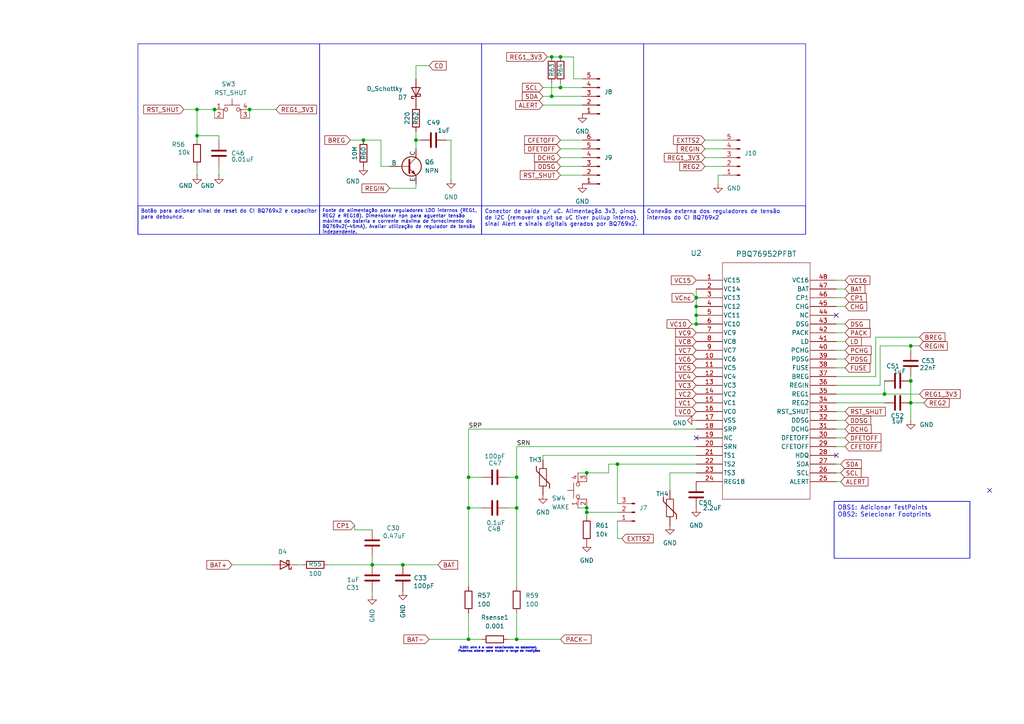
<source format=kicad_sch>
(kicad_sch (version 20231120) (generator "eeschema") (generator_version "8.0")
  (paper "A4")
  (lib_symbols
    (symbol "BQ76952:PBQ76952PFBT" (pin_names (offset 0.254))
      (property "Reference" "U" (at 20.32 10.16 0))
      (property "Value" "PBQ76952PFBT" (at 20.32 7.62 0))
      (symbol "PBQ76952PFBT_0_1"
        (polyline (pts (xy 7.62 -63.5) (xy 33.02 -63.5)) (stroke (width 0.127)))
        (polyline (pts (xy 7.62 5.08) (xy 7.62 -63.5)) (stroke (width 0.127)))
        (polyline (pts (xy 33.02 -63.5) (xy 33.02 5.08)) (stroke (width 0.127)))
        (polyline (pts (xy 33.02 5.08) (xy 7.62 5.08)) (stroke (width 0.127)))
        (pin input line (at 0 0 0) (length 7.62) (name "VC15") (number "1"))
        (pin input line (at 0 -22.86 0) (length 7.62) (name "VC6") (number "10"))
        (pin input line (at 0 -25.4 0) (length 7.62) (name "VC5") (number "11"))
        (pin input line (at 0 -27.94 0) (length 7.62) (name "VC4") (number "12"))
        (pin input line (at 0 -30.48 0) (length 7.62) (name "VC3") (number "13"))
        (pin input line (at 0 -33.02 0) (length 7.62) (name "VC2") (number "14"))
        (pin input line (at 0 -35.56 0) (length 7.62) (name "VC1") (number "15"))
        (pin input line (at 0 -38.1 0) (length 7.62) (name "VC0") (number "16"))
        (pin power_in line (at 0 -40.64 0) (length 7.62) (name "VSS") (number "17"))
        (pin input line (at 0 -43.18 0) (length 7.62) (name "SRP") (number "18"))
        (pin unspecified line (at 0 -45.72 0) (length 7.62) (name "NC") (number "19"))
        (pin input line (at 0 -2.54 0) (length 7.62) (name "VC14") (number "2"))
        (pin input line (at 0 -48.26 0) (length 7.62) (name "SRN") (number "20"))
        (pin bidirectional line (at 0 -50.8 0) (length 7.62) (name "TS1") (number "21"))
        (pin bidirectional line (at 0 -53.34 0) (length 7.62) (name "TS2") (number "22"))
        (pin bidirectional line (at 0 -55.88 0) (length 7.62) (name "TS3") (number "23"))
        (pin output line (at 0 -58.42 0) (length 7.62) (name "REG18") (number "24"))
        (pin bidirectional line (at 40.64 -58.42 180) (length 7.62) (name "ALERT") (number "25"))
        (pin bidirectional line (at 40.64 -55.88 180) (length 7.62) (name "SCL") (number "26"))
        (pin bidirectional line (at 40.64 -53.34 180) (length 7.62) (name "SDA") (number "27"))
        (pin bidirectional line (at 40.64 -50.8 180) (length 7.62) (name "HDQ") (number "28"))
        (pin bidirectional line (at 40.64 -48.26 180) (length 7.62) (name "CFETOFF") (number "29"))
        (pin input line (at 0 -5.08 0) (length 7.62) (name "VC13") (number "3"))
        (pin bidirectional line (at 40.64 -45.72 180) (length 7.62) (name "DFETOFF") (number "30"))
        (pin bidirectional line (at 40.64 -43.18 180) (length 7.62) (name "DCHG") (number "31"))
        (pin bidirectional line (at 40.64 -40.64 180) (length 7.62) (name "DDSG") (number "32"))
        (pin input line (at 40.64 -38.1 180) (length 7.62) (name "RST_SHUT") (number "33"))
        (pin output line (at 40.64 -35.56 180) (length 7.62) (name "REG2") (number "34"))
        (pin output line (at 40.64 -33.02 180) (length 7.62) (name "REG1") (number "35"))
        (pin input line (at 40.64 -30.48 180) (length 7.62) (name "REGIN") (number "36"))
        (pin output line (at 40.64 -27.94 180) (length 7.62) (name "BREG") (number "37"))
        (pin bidirectional line (at 40.64 -25.4 180) (length 7.62) (name "FUSE") (number "38"))
        (pin output line (at 40.64 -22.86 180) (length 7.62) (name "PDSG") (number "39"))
        (pin input line (at 0 -7.62 0) (length 7.62) (name "VC12") (number "4"))
        (pin output line (at 40.64 -20.32 180) (length 7.62) (name "PCHG") (number "40"))
        (pin bidirectional line (at 40.64 -17.78 180) (length 7.62) (name "LD") (number "41"))
        (pin input line (at 40.64 -15.24 180) (length 7.62) (name "PACK") (number "42"))
        (pin output line (at 40.64 -12.7 180) (length 7.62) (name "DSG") (number "43"))
        (pin unspecified line (at 40.64 -10.16 180) (length 7.62) (name "NC") (number "44"))
        (pin output line (at 40.64 -7.62 180) (length 7.62) (name "CHG") (number "45"))
        (pin bidirectional line (at 40.64 -5.08 180) (length 7.62) (name "CP1") (number "46"))
        (pin input line (at 40.64 -2.54 180) (length 7.62) (name "BAT") (number "47"))
        (pin input line (at 40.64 0 180) (length 7.62) (name "VC16") (number "48"))
        (pin input line (at 0 -10.16 0) (length 7.62) (name "VC11") (number "5"))
        (pin input line (at 0 -12.7 0) (length 7.62) (name "VC10") (number "6"))
        (pin input line (at 0 -15.24 0) (length 7.62) (name "VC9") (number "7"))
        (pin input line (at 0 -17.78 0) (length 7.62) (name "VC8") (number "8"))
        (pin input line (at 0 -20.32 0) (length 7.62) (name "VC7") (number "9"))
      )
    )
    (symbol "Connector:Conn_01x03_Pin" (pin_names (offset 1.016) hide)
      (property "Reference" "J" (at 0 5.08 0))
      (property "Value" "Conn_01x03_Pin" (at 0 -5.08 0))
      (symbol "Conn_01x03_Pin_1_1"
        (polyline (pts (xy 1.27 -2.54) (xy 0.8636 -2.54)) (stroke (width 0.1524)))
        (polyline (pts (xy 1.27 0) (xy 0.8636 0)) (stroke (width 0.1524)))
        (polyline (pts (xy 1.27 2.54) (xy 0.8636 2.54)) (stroke (width 0.1524)))
        (rectangle (start 0.8636 -2.413) (end 0 -2.667) (stroke (width 0.1524)) (fill (type outline)))
        (rectangle (start 0.8636 0.127) (end 0 -0.127) (stroke (width 0.1524)) (fill (type outline)))
        (rectangle (start 0.8636 2.667) (end 0 2.413) (stroke (width 0.1524)) (fill (type outline)))
        (pin passive line (at 5.08 2.54 180) (length 3.81) (name "Pin_1") (number "1"))
        (pin passive line (at 5.08 0 180) (length 3.81) (name "Pin_2") (number "2"))
        (pin passive line (at 5.08 -2.54 180) (length 3.81) (name "Pin_3") (number "3"))
      )
    )
    (symbol "Connector:Conn_01x05_Pin" (pin_names (offset 1.016) hide)
      (property "Reference" "J" (at 0 7.62 0))
      (property "Value" "Conn_01x05_Pin" (at 0 -7.62 0))
      (symbol "Conn_01x05_Pin_1_1"
        (polyline (pts (xy 1.27 -5.08) (xy 0.8636 -5.08)) (stroke (width 0.1524)))
        (polyline (pts (xy 1.27 -2.54) (xy 0.8636 -2.54)) (stroke (width 0.1524)))
        (polyline (pts (xy 1.27 0) (xy 0.8636 0)) (stroke (width 0.1524)))
        (polyline (pts (xy 1.27 2.54) (xy 0.8636 2.54)) (stroke (width 0.1524)))
        (polyline (pts (xy 1.27 5.08) (xy 0.8636 5.08)) (stroke (width 0.1524)))
        (rectangle (start 0.8636 -4.953) (end 0 -5.207) (stroke (width 0.1524)) (fill (type outline)))
        (rectangle (start 0.8636 -2.413) (end 0 -2.667) (stroke (width 0.1524)) (fill (type outline)))
        (rectangle (start 0.8636 0.127) (end 0 -0.127) (stroke (width 0.1524)) (fill (type outline)))
        (rectangle (start 0.8636 2.667) (end 0 2.413) (stroke (width 0.1524)) (fill (type outline)))
        (rectangle (start 0.8636 5.207) (end 0 4.953) (stroke (width 0.1524)) (fill (type outline)))
        (pin passive line (at 5.08 5.08 180) (length 3.81) (name "Pin_1") (number "1"))
        (pin passive line (at 5.08 2.54 180) (length 3.81) (name "Pin_2") (number "2"))
        (pin passive line (at 5.08 0 180) (length 3.81) (name "Pin_3") (number "3"))
        (pin passive line (at 5.08 -2.54 180) (length 3.81) (name "Pin_4") (number "4"))
        (pin passive line (at 5.08 -5.08 180) (length 3.81) (name "Pin_5") (number "5"))
      )
    )
    (symbol "Connector:Conn_01x06_Pin" (pin_names (offset 1.016) hide)
      (property "Reference" "J" (at 0 7.62 0))
      (property "Value" "Conn_01x06_Pin" (at 0 -10.16 0))
      (symbol "Conn_01x06_Pin_1_1"
        (polyline (pts (xy 1.27 -7.62) (xy 0.8636 -7.62)) (stroke (width 0.1524)))
        (polyline (pts (xy 1.27 -5.08) (xy 0.8636 -5.08)) (stroke (width 0.1524)))
        (polyline (pts (xy 1.27 -2.54) (xy 0.8636 -2.54)) (stroke (width 0.1524)))
        (polyline (pts (xy 1.27 0) (xy 0.8636 0)) (stroke (width 0.1524)))
        (polyline (pts (xy 1.27 2.54) (xy 0.8636 2.54)) (stroke (width 0.1524)))
        (polyline (pts (xy 1.27 5.08) (xy 0.8636 5.08)) (stroke (width 0.1524)))
        (rectangle (start 0.8636 -7.493) (end 0 -7.747) (stroke (width 0.1524)) (fill (type outline)))
        (rectangle (start 0.8636 -4.953) (end 0 -5.207) (stroke (width 0.1524)) (fill (type outline)))
        (rectangle (start 0.8636 -2.413) (end 0 -2.667) (stroke (width 0.1524)) (fill (type outline)))
        (rectangle (start 0.8636 0.127) (end 0 -0.127) (stroke (width 0.1524)) (fill (type outline)))
        (rectangle (start 0.8636 2.667) (end 0 2.413) (stroke (width 0.1524)) (fill (type outline)))
        (rectangle (start 0.8636 5.207) (end 0 4.953) (stroke (width 0.1524)) (fill (type outline)))
        (pin passive line (at 5.08 5.08 180) (length 3.81) (name "Pin_1") (number "1"))
        (pin passive line (at 5.08 2.54 180) (length 3.81) (name "Pin_2") (number "2"))
        (pin passive line (at 5.08 0 180) (length 3.81) (name "Pin_3") (number "3"))
        (pin passive line (at 5.08 -2.54 180) (length 3.81) (name "Pin_4") (number "4"))
        (pin passive line (at 5.08 -5.08 180) (length 3.81) (name "Pin_5") (number "5"))
        (pin passive line (at 5.08 -7.62 180) (length 3.81) (name "Pin_6") (number "6"))
      )
    )
    (symbol "Device:C" (pin_numbers hide) (pin_names (offset 0.254))
      (property "Reference" "C" (at 0.635 2.54 0))
      (property "Value" "C" (at 0.635 -2.54 0))
      (symbol "C_0_1"
        (polyline (pts (xy -2.032 -0.762) (xy 2.032 -0.762)) (stroke (width 0.508)))
        (polyline (pts (xy -2.032 0.762) (xy 2.032 0.762)) (stroke (width 0.508)))
      )
      (symbol "C_1_1"
        (pin passive line (at 0 3.81 270) (length 2.794) (name "~") (number "1"))
        (pin passive line (at 0 -3.81 90) (length 2.794) (name "~") (number "2"))
      )
    )
    (symbol "Device:D_Schottky" (pin_numbers hide) (pin_names (offset 1.016) hide)
      (property "Reference" "D" (at 0 2.54 0))
      (property "Value" "D_Schottky" (at 0 -2.54 0))
      (symbol "D_Schottky_0_1"
        (polyline (pts (xy 1.27 0) (xy -1.27 0)))
        (polyline (pts (xy 1.27 1.27) (xy 1.27 -1.27) (xy -1.27 0) (xy 1.27 1.27)) (stroke (width 0.254)))
        (polyline (pts (xy -1.905 0.635) (xy -1.905 1.27) (xy -1.27 1.27) (xy -1.27 -1.27) (xy -0.635 -1.27) (xy -0.635 -0.635)) (stroke (width 0.254)))
      )
      (symbol "D_Schottky_1_1"
        (pin passive line (at -3.81 0 0) (length 2.54) (name "K") (number "1"))
        (pin passive line (at 3.81 0 180) (length 2.54) (name "A") (number "2"))
      )
    )
    (symbol "Device:R" (pin_numbers hide) (pin_names (offset 0))
      (property "Reference" "R" (at 2.032 0 90))
      (property "Value" "R" (at 0 0 90))
      (symbol "R_0_1"
        (rectangle (start -1.016 -2.54) (end 1.016 2.54) (stroke (width 0.254)))
      )
      (symbol "R_1_1"
        (pin passive line (at 0 3.81 270) (length 1.27) (name "~") (number "1"))
        (pin passive line (at 0 -3.81 90) (length 1.27) (name "~") (number "2"))
      )
    )
    (symbol "Device:Thermistor" (pin_numbers hide) (pin_names (offset 0))
      (property "Reference" "TH" (at 2.54 1.27 90))
      (property "Value" "Thermistor" (at -2.54 0 90))
      (symbol "Thermistor_0_1"
        (rectangle (start -1.016 2.54) (end 1.016 -2.54) (stroke (width 0.2032)))
        (polyline (pts (xy -1.905 3.175) (xy -1.905 1.905) (xy 1.905 -1.905) (xy 1.905 -3.175) (xy 1.905 -3.175)) (stroke (width 0.254)))
      )
      (symbol "Thermistor_1_1"
        (pin passive line (at 0 5.08 270) (length 2.54) (name "~") (number "1"))
        (pin passive line (at 0 -5.08 90) (length 2.54) (name "~") (number "2"))
      )
    )
    (symbol "Simulation_SPICE:NPN" (pin_numbers hide) (pin_names (offset 0))
      (property "Reference" "Q" (at -2.54 7.62 0))
      (property "Value" "NPN" (at -2.54 5.08 0))
      (symbol "NPN_0_1"
        (polyline (pts (xy -2.54 0) (xy 0.635 0)) (stroke (width 0.1524)))
        (polyline (pts (xy 0.635 0.635) (xy 2.54 2.54)))
        (polyline (pts (xy 2.794 -1.27) (xy 2.794 -1.27)) (stroke (width 0.1524)))
        (polyline (pts (xy 2.794 -1.27) (xy 2.794 -1.27)) (stroke (width 0.1524)))
        (polyline (pts (xy 0.635 -0.635) (xy 2.54 -2.54) (xy 2.54 -2.54)))
        (polyline (pts (xy 0.635 1.905) (xy 0.635 -1.905) (xy 0.635 -1.905)) (stroke (width 0.508)))
        (polyline (pts (xy 1.27 -1.778) (xy 1.778 -1.27) (xy 2.286 -2.286) (xy 1.27 -1.778) (xy 1.27 -1.778)) (fill (type outline)))
        (circle (center 1.27 0) (radius 2.8194) (stroke (width 0.254)))
      )
      (symbol "NPN_1_1"
        (pin open_collector line (at 2.54 5.08 270) (length 2.54) (name "C") (number "1"))
        (pin input line (at -5.08 0 0) (length 2.54) (name "B") (number "2"))
        (pin open_emitter line (at 2.54 -5.08 90) (length 2.54) (name "E") (number "3"))
      )
    )
    (symbol "Switch:SW_MEC_5E" (pin_names (offset 1.016) hide)
      (property "Reference" "SW" (at 0.635 5.715 0))
      (property "Value" "SW_MEC_5E" (at 0 -3.175 0))
      (symbol "SW_MEC_5E_0_1"
        (circle (center -1.778 2.54) (radius 0.508))
        (polyline (pts (xy -2.286 3.81) (xy 2.286 3.81)))
        (polyline (pts (xy 0 3.81) (xy 0 5.588)))
        (polyline (pts (xy -2.54 0) (xy -2.54 2.54) (xy -2.286 2.54)))
        (polyline (pts (xy 2.54 0) (xy 2.54 2.54) (xy 2.286 2.54)))
        (circle (center 1.778 2.54) (radius 0.508))
        (pin passive line (at -5.08 2.54 0) (length 2.54) (name "1") (number "1"))
        (pin passive line (at -5.08 0 0) (length 2.54) (name "2") (number "2"))
        (pin passive line (at 5.08 0 180) (length 2.54) (name "K") (number "3"))
        (pin passive line (at 5.08 2.54 180) (length 2.54) (name "A") (number "4"))
      )
    )
    (symbol "power:GND" (power) (pin_numbers hide) (pin_names (offset 0) hide)
      (property "Value" "GND" (at 0 -3.81 0))
      (symbol "GND_0_1"
        (polyline (pts (xy 0 0) (xy 0 -1.27) (xy 1.27 -1.27) (xy 0 -2.54) (xy -1.27 -1.27) (xy 0 -1.27)))
      )
      (symbol "GND_1_1"
        (pin power_in line (at 0 0 270) (length 0) (name "~") (number "1"))
      )
    )
  )
  (junction (at 170.18 147.32))
  (junction (at 201.93 88.9))
  (junction (at 135.89 185.42))
  (junction (at 170.18 137.16))
  (junction (at 201.93 93.98))
  (junction (at 149.86 147.32))
  (junction (at 264.16 116.84))
  (junction (at 170.18 148.59))
  (junction (at 160.02 27.94))
  (junction (at 179.07 134.62))
  (junction (at 135.89 138.43))
  (junction (at 256.54 114.3))
  (junction (at 201.93 91.44))
  (junction (at 264.16 110.49))
  (junction (at 105.41 40.64))
  (junction (at 135.89 147.32))
  (junction (at 149.86 185.42))
  (junction (at 160.02 16.51))
  (junction (at 162.56 16.51))
  (junction (at 72.39 31.75))
  (junction (at 149.86 138.43))
  (junction (at 120.65 40.64))
  (junction (at 116.84 163.83))
  (junction (at 264.16 100.33))
  (junction (at 162.56 25.4))
  (junction (at 57.15 39.37))
  (junction (at 62.23 31.75))
  (junction (at 57.15 31.75))
  (junction (at 107.95 163.83))
  (junction (at 201.93 86.36))
  (no_connect (at 201.93 127))
  (no_connect (at 242.57 91.44))
  (no_connect (at 242.57 132.08))
  (no_connect (at 287.02 142.24))
  (wire (pts (xy 162.56 48.26) (xy 168.91 48.26)))
  (wire (pts (xy 158.75 16.51) (xy 160.02 16.51)))
  (wire (pts (xy 135.89 177.8) (xy 135.89 185.42)))
  (wire (pts (xy 242.57 121.92) (xy 245.11 121.92)))
  (wire (pts (xy 201.93 137.16) (xy 194.31 137.16)))
  (wire (pts (xy 162.56 24.13) (xy 162.56 25.4)))
  (wire (pts (xy 149.86 185.42) (xy 162.56 185.42)))
  (wire (pts (xy 135.89 124.46) (xy 201.93 124.46)))
  (wire (pts (xy 149.86 138.43) (xy 149.86 147.32)))
  (wire (pts (xy 120.65 54.61) (xy 120.65 53.34)))
  (wire (pts (xy 147.32 185.42) (xy 149.86 185.42)))
  (wire (pts (xy 57.15 31.75) (xy 57.15 39.37)))
  (wire (pts (xy 149.86 147.32) (xy 149.86 170.18)))
  (wire (pts (xy 110.49 40.64) (xy 110.49 48.26)))
  (wire (pts (xy 135.89 147.32) (xy 135.89 170.18)))
  (wire (pts (xy 204.47 48.26) (xy 209.55 48.26)))
  (wire (pts (xy 160.02 27.94) (xy 168.91 27.94)))
  (wire (pts (xy 209.55 50.8) (xy 208.28 50.8)))
  (wire (pts (xy 147.32 147.32) (xy 149.86 147.32)))
  (wire (pts (xy 255.27 111.76) (xy 242.57 111.76)))
  (wire (pts (xy 157.48 133.35) (xy 157.48 132.08)))
  (wire (pts (xy 167.64 137.16) (xy 170.18 137.16)))
  (wire (pts (xy 176.53 134.62) (xy 179.07 134.62)))
  (wire (pts (xy 135.89 138.43) (xy 139.7 138.43)))
  (wire (pts (xy 179.07 134.62) (xy 179.07 146.05)))
  (wire (pts (xy 242.57 93.98) (xy 245.11 93.98)))
  (wire (pts (xy 180.34 156.21) (xy 179.07 156.21)))
  (wire (pts (xy 86.36 163.83) (xy 87.63 163.83)))
  (wire (pts (xy 63.5 40.64) (xy 63.5 39.37)))
  (wire (pts (xy 67.31 163.83) (xy 78.74 163.83)))
  (wire (pts (xy 242.57 124.46) (xy 245.11 124.46)))
  (wire (pts (xy 242.57 96.52) (xy 245.11 96.52)))
  (wire (pts (xy 121.92 40.64) (xy 120.65 40.64)))
  (wire (pts (xy 201.93 88.9) (xy 201.93 91.44)))
  (wire (pts (xy 179.07 134.62) (xy 201.93 134.62)))
  (wire (pts (xy 162.56 45.72) (xy 168.91 45.72)))
  (wire (pts (xy 242.57 114.3) (xy 256.54 114.3)))
  (wire (pts (xy 53.34 31.75) (xy 57.15 31.75)))
  (wire (pts (xy 120.65 40.64) (xy 120.65 38.1)))
  (wire (pts (xy 124.46 19.05) (xy 120.65 19.05)))
  (wire (pts (xy 255.27 100.33) (xy 264.16 100.33)))
  (wire (pts (xy 149.86 177.8) (xy 149.86 185.42)))
  (wire (pts (xy 179.07 156.21) (xy 179.07 151.13)))
  (wire (pts (xy 130.81 40.64) (xy 129.54 40.64)))
  (wire (pts (xy 62.23 31.75) (xy 62.23 34.29)))
  (wire (pts (xy 124.46 185.42) (xy 135.89 185.42)))
  (wire (pts (xy 264.16 116.84) (xy 267.97 116.84)))
  (wire (pts (xy 242.57 127) (xy 245.11 127)))
  (wire (pts (xy 242.57 119.38) (xy 245.11 119.38)))
  (wire (pts (xy 266.7 97.79) (xy 254 97.79)))
  (wire (pts (xy 254 97.79) (xy 254 109.22)))
  (wire (pts (xy 264.16 100.33) (xy 266.7 100.33)))
  (wire (pts (xy 57.15 31.75) (xy 62.23 31.75)))
  (wire (pts (xy 162.56 50.8) (xy 168.91 50.8)))
  (wire (pts (xy 130.81 52.07) (xy 130.81 40.64)))
  (wire (pts (xy 264.16 100.33) (xy 264.16 101.6)))
  (wire (pts (xy 204.47 43.18) (xy 209.55 43.18)))
  (wire (pts (xy 162.56 25.4) (xy 168.91 25.4)))
  (wire (pts (xy 204.47 45.72) (xy 209.55 45.72)))
  (wire (pts (xy 57.15 48.26) (xy 57.15 50.8)))
  (wire (pts (xy 194.31 137.16) (xy 194.31 142.24)))
  (wire (pts (xy 264.16 116.84) (xy 264.16 121.92)))
  (wire (pts (xy 149.86 129.54) (xy 149.86 138.43)))
  (wire (pts (xy 242.57 116.84) (xy 256.54 116.84)))
  (wire (pts (xy 135.89 138.43) (xy 135.89 147.32)))
  (wire (pts (xy 242.57 86.36) (xy 245.11 86.36)))
  (wire (pts (xy 166.37 16.51) (xy 166.37 22.86)))
  (wire (pts (xy 242.57 106.68) (xy 245.11 106.68)))
  (wire (pts (xy 102.87 153.67) (xy 107.95 153.67)))
  (wire (pts (xy 135.89 124.46) (xy 135.89 138.43)))
  (wire (pts (xy 201.93 83.82) (xy 201.93 86.36)))
  (wire (pts (xy 160.02 16.51) (xy 162.56 16.51)))
  (wire (pts (xy 243.84 137.16) (xy 242.57 137.16)))
  (wire (pts (xy 57.15 39.37) (xy 57.15 40.64)))
  (wire (pts (xy 256.54 114.3) (xy 266.7 114.3)))
  (wire (pts (xy 157.48 27.94) (xy 160.02 27.94)))
  (wire (pts (xy 107.95 161.29) (xy 107.95 163.83)))
  (wire (pts (xy 157.48 132.08) (xy 201.93 132.08)))
  (wire (pts (xy 242.57 129.54) (xy 245.11 129.54)))
  (wire (pts (xy 120.65 43.18) (xy 120.65 40.64)))
  (wire (pts (xy 101.6 40.64) (xy 105.41 40.64)))
  (wire (pts (xy 57.15 39.37) (xy 63.5 39.37)))
  (wire (pts (xy 107.95 172.72) (xy 107.95 171.45)))
  (wire (pts (xy 201.93 86.36) (xy 201.93 88.9)))
  (wire (pts (xy 242.57 83.82) (xy 245.11 83.82)))
  (wire (pts (xy 166.37 22.86) (xy 168.91 22.86)))
  (wire (pts (xy 201.93 91.44) (xy 201.93 93.98)))
  (wire (pts (xy 170.18 149.86) (xy 170.18 148.59)))
  (wire (pts (xy 105.41 40.64) (xy 110.49 40.64)))
  (wire (pts (xy 120.65 19.05) (xy 120.65 22.86)))
  (wire (pts (xy 242.57 139.7) (xy 243.84 139.7)))
  (wire (pts (xy 200.66 93.98) (xy 201.93 93.98)))
  (wire (pts (xy 113.03 54.61) (xy 120.65 54.61)))
  (wire (pts (xy 102.87 152.4) (xy 102.87 153.67)))
  (wire (pts (xy 167.64 147.32) (xy 170.18 147.32)))
  (wire (pts (xy 63.5 48.26) (xy 63.5 50.8)))
  (wire (pts (xy 139.7 185.42) (xy 135.89 185.42)))
  (wire (pts (xy 242.57 104.14) (xy 245.11 104.14)))
  (wire (pts (xy 157.48 30.48) (xy 168.91 30.48)))
  (wire (pts (xy 116.84 163.83) (xy 127 163.83)))
  (wire (pts (xy 170.18 148.59) (xy 170.18 147.32)))
  (wire (pts (xy 204.47 40.64) (xy 209.55 40.64)))
  (wire (pts (xy 176.53 134.62) (xy 176.53 137.16)))
  (wire (pts (xy 162.56 16.51) (xy 166.37 16.51)))
  (wire (pts (xy 243.84 134.62) (xy 242.57 134.62)))
  (wire (pts (xy 170.18 148.59) (xy 179.07 148.59)))
  (wire (pts (xy 72.39 31.75) (xy 72.39 34.29)))
  (wire (pts (xy 162.56 40.64) (xy 168.91 40.64)))
  (wire (pts (xy 254 109.22) (xy 242.57 109.22)))
  (wire (pts (xy 149.86 129.54) (xy 201.93 129.54)))
  (wire (pts (xy 256.54 114.3) (xy 256.54 110.49)))
  (wire (pts (xy 107.95 163.83) (xy 116.84 163.83)))
  (wire (pts (xy 147.32 138.43) (xy 149.86 138.43)))
  (wire (pts (xy 242.57 88.9) (xy 245.11 88.9)))
  (wire (pts (xy 110.49 48.26) (xy 113.03 48.26)))
  (wire (pts (xy 255.27 100.33) (xy 255.27 111.76)))
  (wire (pts (xy 170.18 137.16) (xy 176.53 137.16)))
  (wire (pts (xy 72.39 31.75) (xy 80.01 31.75)))
  (wire (pts (xy 135.89 147.32) (xy 139.7 147.32)))
  (wire (pts (xy 242.57 99.06) (xy 245.11 99.06)))
  (wire (pts (xy 264.16 109.22) (xy 264.16 110.49)))
  (wire (pts (xy 162.56 43.18) (xy 168.91 43.18)))
  (wire (pts (xy 160.02 24.13) (xy 160.02 27.94)))
  (wire (pts (xy 95.25 163.83) (xy 107.95 163.83)))
  (wire (pts (xy 208.28 50.8) (xy 208.28 53.34)))
  (wire (pts (xy 242.57 101.6) (xy 245.11 101.6)))
  (wire (pts (xy 157.48 25.4) (xy 162.56 25.4)))
  (wire (pts (xy 242.57 81.28) (xy 245.11 81.28)))
  (wire (pts (xy 264.16 110.49) (xy 264.16 116.84)))
  (rectangle (start 186.69 12.7) (end 233.68 67.945))
  (rectangle (start 241.935 145.415) (end 281.305 161.925))
  (rectangle (start 40.005 12.7) (end 92.71 67.945))
  (rectangle (start 92.71 12.7) (end 139.7 67.945))
  (rectangle (start 139.7 12.7) (end 186.69 67.945))
  (text_box "Conector de saída p/ uC. Alimentação 3v3, pinos de I2C (remover shunt se uC tiver pullup interno), sinal Alert e sinais digitais gerados por BQ769x2." (at 139.7 59.69 0) (size 46.99 8.255) (effects (font (size 1.143 1.143)) (justify left top)))
  (text_box "Botão para acionar sinal de reset do CI BQ769x2 e capacitor para debounce.\n" (at 40.005 59.69 0) (size 52.705 8.255) (effects (font (size 1.0668 1.0668)) (justify left top)))
  (text_box "OBS1: Adicionar TestPoints\nOBS2: Selecionar Footprints\n" (at 241.935 145.415 0) (size 39.37 16.51) (effects (font (size 1.27 1.27)) (justify left top)))
  (text_box "Conexão externa dos reguladores de tensão internos do CI BQ769x2\n" (at 186.69 59.69 0) (size 46.99 8.255) (effects (font (size 1.143 1.143)) (justify left top)))
  (text_box "Fonte de alimentação para reguladores LDO internos (REG1, REG2 e REG18). Dimensionar npn para aguentar tensão máxima de bateria e corrente máxima de fornecimento do BQ769x2(~45mA). Avaliar utilização de regulador de tensão independente.\n" (at 92.71 59.69 0) (size 46.99 8.255) (effects (font (size 0.9652 0.9652)) (justify left top)))
  (text "0.001 ohm é o valor selecionado no datasheet. \nPodemos alterar para mudar o range de medições\n" (at 144.78 188.468 0) (effects (font (size 0.6096 0.6096))))
  (label "SRN" (at 149.86 129.54 0))
  (label "SRP" (at 135.89 124.46 0))
  (global_label "DDSG" (shape input) (at 245.11 121.92 0) (property "Intersheetrefs" "${INTERSHEET_REFS}" (effects (hide yes))))
  (global_label "ALERT" (shape input) (at 243.84 139.7 0) (property "Intersheetrefs" "${INTERSHEET_REFS}" (effects (hide yes))))
  (global_label "VC4" (shape input) (at 201.93 109.22 180) (property "Intersheetrefs" "${INTERSHEET_REFS}" (effects (hide yes))))
  (global_label "RST_SHUT" (shape input) (at 162.56 50.8 180) (property "Intersheetrefs" "${INTERSHEET_REFS}" (effects (hide yes))))
  (global_label "CD" (shape input) (at 124.46 19.05 0) (property "Intersheetrefs" "${INTERSHEET_REFS}" (effects (hide yes))))
  (global_label "CFETOFF" (shape input) (at 245.11 129.54 0) (property "Intersheetrefs" "${INTERSHEET_REFS}" (effects (hide yes))))
  (global_label "REG1_3V3" (shape input) (at 266.7 114.3 0) (property "Intersheetrefs" "${INTERSHEET_REFS}" (effects (hide yes))))
  (global_label "PACK" (shape input) (at 245.11 96.52 0) (property "Intersheetrefs" "${INTERSHEET_REFS}" (effects (hide yes))))
  (global_label "VC8" (shape input) (at 201.93 99.06 180) (property "Intersheetrefs" "${INTERSHEET_REFS}" (effects (hide yes))))
  (global_label "VCnc" (shape input) (at 201.93 86.36 180) (property "Intersheetrefs" "${INTERSHEET_REFS}" (effects (hide yes))))
  (global_label "REGIN" (shape input) (at 266.7 100.33 0) (property "Intersheetrefs" "${INTERSHEET_REFS}" (effects (hide yes))))
  (global_label "VC10" (shape input) (at 200.66 93.98 180) (property "Intersheetrefs" "${INTERSHEET_REFS}" (effects (hide yes))))
  (global_label "CFETOFF" (shape input) (at 162.56 40.64 180) (property "Intersheetrefs" "${INTERSHEET_REFS}" (effects (hide yes))))
  (global_label "REG1_3V3" (shape input) (at 204.47 45.72 180) (property "Intersheetrefs" "${INTERSHEET_REFS}" (effects (hide yes))))
  (global_label "PDSG" (shape input) (at 245.11 104.14 0) (property "Intersheetrefs" "${INTERSHEET_REFS}" (effects (hide yes))))
  (global_label "PCHG" (shape input) (at 245.11 101.6 0) (property "Intersheetrefs" "${INTERSHEET_REFS}" (effects (hide yes))))
  (global_label "REG1_3V3" (shape input) (at 80.01 31.75 0) (property "Intersheetrefs" "${INTERSHEET_REFS}" (effects (hide yes))))
  (global_label "VC9" (shape input) (at 201.93 96.52 180) (property "Intersheetrefs" "${INTERSHEET_REFS}" (effects (hide yes))))
  (global_label "DCHG" (shape input) (at 245.11 124.46 0) (property "Intersheetrefs" "${INTERSHEET_REFS}" (effects (hide yes))))
  (global_label "SDA" (shape input) (at 243.84 134.62 0) (property "Intersheetrefs" "${INTERSHEET_REFS}" (effects (hide yes))))
  (global_label "VC1" (shape input) (at 201.93 116.84 180) (property "Intersheetrefs" "${INTERSHEET_REFS}" (effects (hide yes))))
  (global_label "FUSE" (shape input) (at 245.11 106.68 0) (property "Intersheetrefs" "${INTERSHEET_REFS}" (effects (hide yes))))
  (global_label "REGIN" (shape input) (at 113.03 54.61 180) (property "Intersheetrefs" "${INTERSHEET_REFS}" (effects (hide yes))))
  (global_label "EXTTS2" (shape input) (at 180.34 156.21 0) (property "Intersheetrefs" "${INTERSHEET_REFS}" (effects (hide yes))))
  (global_label "VC6" (shape input) (at 201.93 104.14 180) (property "Intersheetrefs" "${INTERSHEET_REFS}" (effects (hide yes))))
  (global_label "REG2" (shape input) (at 204.47 48.26 180) (property "Intersheetrefs" "${INTERSHEET_REFS}" (effects (hide yes))))
  (global_label "CP1" (shape input) (at 245.11 86.36 0) (property "Intersheetrefs" "${INTERSHEET_REFS}" (effects (hide yes))))
  (global_label "SCL" (shape input) (at 243.84 137.16 0) (property "Intersheetrefs" "${INTERSHEET_REFS}" (effects (hide yes))))
  (global_label "DCHG" (shape input) (at 162.56 45.72 180) (property "Intersheetrefs" "${INTERSHEET_REFS}" (effects (hide yes))))
  (global_label "BAT-" (shape input) (at 124.46 185.42 180) (property "Intersheetrefs" "${INTERSHEET_REFS}" (effects (hide yes))))
  (global_label "CHG" (shape input) (at 245.11 88.9 0) (property "Intersheetrefs" "${INTERSHEET_REFS}" (effects (hide yes))))
  (global_label "VC3" (shape input) (at 201.93 111.76 180) (property "Intersheetrefs" "${INTERSHEET_REFS}" (effects (hide yes))))
  (global_label "DSG " (shape input) (at 245.11 93.98 0) (property "Intersheetrefs" "${INTERSHEET_REFS}" (effects (hide yes))))
  (global_label "EXTTS2" (shape input) (at 204.47 40.64 180) (property "Intersheetrefs" "${INTERSHEET_REFS}" (effects (hide yes))))
  (global_label "REGIN" (shape input) (at 204.47 43.18 180) (property "Intersheetrefs" "${INTERSHEET_REFS}" (effects (hide yes))))
  (global_label "DFETOFF" (shape input) (at 162.56 43.18 180) (property "Intersheetrefs" "${INTERSHEET_REFS}" (effects (hide yes))))
  (global_label "DFETOFF" (shape input) (at 245.11 127 0) (property "Intersheetrefs" "${INTERSHEET_REFS}" (effects (hide yes))))
  (global_label "LD" (shape input) (at 245.11 99.06 0) (property "Intersheetrefs" "${INTERSHEET_REFS}" (effects (hide yes))))
  (global_label "DDSG" (shape input) (at 162.56 48.26 180) (property "Intersheetrefs" "${INTERSHEET_REFS}" (effects (hide yes))))
  (global_label "REG1_3V3" (shape input) (at 158.75 16.51 180) (property "Intersheetrefs" "${INTERSHEET_REFS}" (effects (hide yes))))
  (global_label "SCL" (shape input) (at 157.48 25.4 180) (property "Intersheetrefs" "${INTERSHEET_REFS}" (effects (hide yes))))
  (global_label "VC0" (shape input) (at 201.93 119.38 180) (property "Intersheetrefs" "${INTERSHEET_REFS}" (effects (hide yes))))
  (global_label "BAT" (shape input) (at 127 163.83 0) (property "Intersheetrefs" "${INTERSHEET_REFS}" (effects (hide yes))))
  (global_label "VC2" (shape input) (at 201.93 114.3 180) (property "Intersheetrefs" "${INTERSHEET_REFS}" (effects (hide yes))))
  (global_label "VC16" (shape input) (at 245.11 81.28 0) (property "Intersheetrefs" "${INTERSHEET_REFS}" (effects (hide yes))))
  (global_label "SDA" (shape input) (at 157.48 27.94 180) (property "Intersheetrefs" "${INTERSHEET_REFS}" (effects (hide yes))))
  (global_label "VC7" (shape input) (at 201.93 101.6 180) (property "Intersheetrefs" "${INTERSHEET_REFS}" (effects (hide yes))))
  (global_label "CP1" (shape input) (at 102.87 152.4 180) (property "Intersheetrefs" "${INTERSHEET_REFS}" (effects (hide yes))))
  (global_label "BREG" (shape input) (at 266.7 97.79 0) (property "Intersheetrefs" "${INTERSHEET_REFS}" (effects (hide yes))))
  (global_label "ALERT" (shape input) (at 157.48 30.48 180) (property "Intersheetrefs" "${INTERSHEET_REFS}" (effects (hide yes))))
  (global_label "PACK-" (shape input) (at 162.56 185.42 0) (property "Intersheetrefs" "${INTERSHEET_REFS}" (effects (hide yes))))
  (global_label "VC5" (shape input) (at 201.93 106.68 180) (property "Intersheetrefs" "${INTERSHEET_REFS}" (effects (hide yes))))
  (global_label "RST_SHUT" (shape input) (at 53.34 31.75 180) (property "Intersheetrefs" "${INTERSHEET_REFS}" (effects (hide yes))))
  (global_label "BAT+" (shape input) (at 67.31 163.83 180) (property "Intersheetrefs" "${INTERSHEET_REFS}" (effects (hide yes))))
  (global_label "RST_SHUT" (shape input) (at 245.11 119.38 0) (property "Intersheetrefs" "${INTERSHEET_REFS}" (effects (hide yes))))
  (global_label "VC15" (shape input) (at 201.93 81.28 180) (property "Intersheetrefs" "${INTERSHEET_REFS}" (effects (hide yes))))
  (global_label "REG2" (shape input) (at 267.97 116.84 0) (property "Intersheetrefs" "${INTERSHEET_REFS}" (effects (hide yes))))
  (global_label "BREG" (shape input) (at 101.6 40.64 180) (property "Intersheetrefs" "${INTERSHEET_REFS}" (effects (hide yes))))
  (global_label "BAT" (shape input) (at 245.11 83.82 0) (property "Intersheetrefs" "${INTERSHEET_REFS}" (effects (hide yes))))
  (symbol (lib_id "power:GND") (at 116.84 171.45 0) (unit 1)
    (property "Reference" "#PWR022" (effects (hide yes)))
    (property "Value" "GND" (at 116.8401 175.26 90) (effects (justify right)))
    (property "Description" "Power symbol creates a global label with name \"GND\" , ground" (effects (hide yes)))
  )
  (symbol (lib_id "Device:R") (at 105.41 44.45 0) (unit 1)
    (property "Reference" "R60" (at 105.41 44.45 90))
    (property "Value" "10M" (at 102.87 44.45 90))
    (property "Footprint" "Resistor_SMD:R_0402_1005Metric" (effects (hide yes)))
    (property "Description" "Resistor" (effects (hide yes)))
  )
  (symbol (lib_id "BQ76952:PBQ76952PFBT") (at 201.93 81.28 0) (unit 1)
    (property "Reference" "U2" (at 201.93 73.406 0) (effects (font (size 1.524 1.524))))
    (property "Value" "PBQ76952PFBT" (at 222.25 73.66 0) (effects (font (size 1.524 1.524))))
    (property "Footprint" "Footprints:BQ76952_TEX" (effects (hide yes)))
    (property "Datasheet" "https://www.ti.com/lit/gpn/bq76952" (effects (hide yes)))
  )
  (symbol (lib_id "power:GND") (at 57.15 50.8 0) (unit 1)
    (property "Reference" "#PWR025" (effects (hide yes)))
    (property "Value" "GND" (at 51.816 53.848 0) (effects (justify left)))
    (property "Description" "Power symbol creates a global label with name \"GND\" , ground" (effects (hide yes)))
  )
  (symbol (lib_id "Device:R") (at 149.86 173.99 180) (unit 1)
    (property "Reference" "R59" (at 152.4 172.7199 0) (effects (justify right)))
    (property "Value" "100" (at 152.4 175.2599 0) (effects (justify right)))
    (property "Footprint" "Resistor_SMD:R_0402_1005Metric" (effects (hide yes)))
    (property "Description" "Resistor" (effects (hide yes)))
  )
  (symbol (lib_id "Simulation_SPICE:NPN") (at 118.11 48.26 0) (unit 1)
    (property "Reference" "Q6" (at 123.19 46.9899 0) (effects (justify left)))
    (property "Value" "NPN" (at 123.19 49.5299 0) (effects (justify left)))
    (property "Footprint" "Package_TO_SOT_SMD:SOT-89-3" (effects (hide yes)))
    (property "Datasheet" "https://ngspice.sourceforge.io/docs/ngspice-html-manual/manual.xhtml#cha_BJTs" (effects (hide yes)))
    (property "Description" "Bipolar transistor symbol for simulation only, substrate tied to the emitter" (effects (hide yes)))
    (property "Sim.Device" "NPN" (effects (hide yes)))
    (property "Sim.Type" "GUMMELPOON" (effects (hide yes)))
    (property "Sim.Pins" "1=C 2=B 3=E" (effects (hide yes)))
  )
  (symbol (lib_id "Switch:SW_MEC_5E") (at 67.31 34.29 0) (unit 1)
    (property "Reference" "SW3" (at 68.326 24.384 0) (effects (justify right)))
    (property "Value" "RST_SHUT" (at 71.628 26.924 0) (effects (justify right)))
    (property "Footprint" "Button_Switch_SMD:SW_MEC_5GSH9" (effects (hide yes)))
    (property "Datasheet" "http://www.apem.com/int/index.php?controller=attachment&id_attachment=1371" (effects (hide yes)))
    (property "Description" "MEC 5E single pole normally-open tactile switch" (effects (hide yes)))
  )
  (symbol (lib_id "Device:R") (at 91.44 163.83 90) (unit 1)
    (property "Reference" "R55" (at 91.44 163.576 90))
    (property "Value" "100" (at 91.44 166.37 90))
    (property "Footprint" "Resistor_SMD:R_0402_1005Metric" (effects (hide yes)))
    (property "Description" "Resistor" (effects (hide yes)))
  )
  (symbol (lib_id "Device:C") (at 107.95 157.48 0) (unit 1)
    (property "Reference" "C30" (at 114.046 153.162 0))
    (property "Value" "0.47uF" (at 110.998 155.448 0) (effects (justify left)))
    (property "Footprint" "Capacitor_SMD:C_0402_1005Metric_Pad0.74x0.62mm_HandSolder" (effects (hide yes)))
    (property "Description" "Unpolarized capacitor" (effects (hide yes)))
  )
  (symbol (lib_id "Connector:Conn_01x05_Pin") (at 173.99 27.94 180) (unit 1)
    (property "Reference" "J8" (at 175.26 26.6699 0) (effects (justify right)))
    (property "Value" "Conn_01x05_Pin" (effects (hide yes)))
    (property "Footprint" "Connector_PinHeader_2.54mm:PinHeader_1x05_P2.54mm_Vertical" (effects (hide yes)))
    (property "Description" "Generic connector, single row, 01x05, script generated" (effects (hide yes)))
  )
  (symbol (lib_id "Device:R") (at 162.56 20.32 0) (unit 1)
    (property "Reference" "R64" (at 162.56 20.32 90))
    (property "Value" "R" (effects (hide yes)))
    (property "Footprint" "Resistor_SMD:R_0402_1005Metric" (effects (hide yes)))
    (property "Description" "Resistor" (effects (hide yes)))
  )
  (symbol (lib_id "power:GND") (at 264.16 121.92 0) (unit 1)
    (property "Reference" "#PWR037" (effects (hide yes)))
    (property "Value" "GND" (at 266.7 123.1899 0) (effects (justify left)))
    (property "Description" "Power symbol creates a global label with name \"GND\" , ground" (effects (hide yes)))
  )
  (symbol (lib_id "power:GND") (at 170.18 157.48 0) (unit 1)
    (property "Reference" "#PWR029" (effects (hide yes)))
    (property "Value" "GND" (at 170.18 162.56 0))
    (property "Description" "Power symbol creates a global label with name \"GND\" , ground" (effects (hide yes)))
  )
  (symbol (lib_id "Device:C") (at 201.93 143.51 180) (unit 1)
    (property "Reference" "C50" (at 206.502 145.796 0) (effects (justify left)))
    (property "Value" "2.2uF" (at 209.296 147.32 0) (effects (justify left)))
    (property "Footprint" "Capacitor_SMD:C_0402_1005Metric_Pad0.74x0.62mm_HandSolder" (effects (hide yes)))
    (property "Description" "Unpolarized capacitor" (effects (hide yes)))
  )
  (symbol (lib_id "Connector:Conn_01x05_Pin") (at 214.63 45.72 180) (unit 1)
    (property "Reference" "J10" (at 215.9 44.4499 0) (effects (justify right)))
    (property "Value" "Conn_01x05_Pin" (effects (hide yes)))
    (property "Footprint" "Connector_PinHeader_2.54mm:PinHeader_1x05_P2.54mm_Vertical" (effects (hide yes)))
    (property "Description" "Generic connector, single row, 01x05, script generated" (effects (hide yes)))
  )
  (symbol (lib_id "Device:C") (at 260.35 116.84 270) (unit 1)
    (property "Reference" "C52" (at 258.318 120.65 90) (effects (justify left)))
    (property "Value" "1uF" (at 258.572 122.174 90) (effects (justify left)))
    (property "Footprint" "Capacitor_SMD:C_0402_1005Metric_Pad0.74x0.62mm_HandSolder" (effects (hide yes)))
    (property "Description" "Unpolarized capacitor" (effects (hide yes)))
  )
  (symbol (lib_id "power:GND") (at 157.48 143.51 0) (unit 1)
    (property "Reference" "#PWR028" (effects (hide yes)))
    (property "Value" "GND" (at 157.48 148.59 0))
    (property "Description" "Power symbol creates a global label with name \"GND\" , ground" (effects (hide yes)))
  )
  (symbol (lib_id "Device:R") (at 143.51 185.42 90) (unit 1)
    (property "Reference" "Rsense1" (at 143.51 179.07 90))
    (property "Value" "0.001" (at 143.51 181.61 90))
    (property "Footprint" "Resistor_SMD:R_0402_1005Metric" (effects (hide yes)))
    (property "Description" "Resistor" (effects (hide yes)))
  )
  (symbol (lib_id "power:GND") (at 201.93 121.92 270) (unit 1)
    (property "Reference" "#PWR032" (effects (hide yes)))
    (property "Value" "GND" (at 199.136 122.682 90) (effects (justify right)))
    (property "Description" "Power symbol creates a global label with name \"GND\" , ground" (effects (hide yes)))
  )
  (symbol (lib_id "power:GND") (at 194.31 152.4 0) (unit 1)
    (property "Reference" "#PWR031" (effects (hide yes)))
    (property "Value" "GND" (at 194.31 157.48 0))
    (property "Description" "Power symbol creates a global label with name \"GND\" , ground" (effects (hide yes)))
  )
  (symbol (lib_id "power:GND") (at 63.5 50.8 0) (unit 1)
    (property "Reference" "#PWR026" (effects (hide yes)))
    (property "Value" "GND" (at 58.166 53.848 0) (effects (justify left)))
    (property "Description" "Power symbol creates a global label with name \"GND\" , ground" (effects (hide yes)))
  )
  (symbol (lib_id "Switch:SW_MEC_5E") (at 170.18 142.24 90) (unit 1)
    (property "Reference" "SW4" (at 160.02 144.526 90) (effects (justify right)))
    (property "Value" "WAKE" (at 160.02 147.066 90) (effects (justify right)))
    (property "Footprint" "Button_Switch_SMD:SW_MEC_5GSH9" (effects (hide yes)))
    (property "Datasheet" "http://www.apem.com/int/index.php?controller=attachment&id_attachment=1371" (effects (hide yes)))
    (property "Description" "MEC 5E single pole normally-open tactile switch" (effects (hide yes)))
  )
  (symbol (lib_id "power:GND") (at 168.91 53.34 0) (unit 1)
    (property "Reference" "#PWR035" (effects (hide yes)))
    (property "Value" "GND" (at 168.91 58.42 0))
    (property "Description" "Power symbol creates a global label with name \"GND\" , ground" (effects (hide yes)))
  )
  (symbol (lib_id "Connector:Conn_01x06_Pin") (at 173.99 48.26 180) (unit 1)
    (property "Reference" "J9" (at 175.26 45.7199 0) (effects (justify right)))
    (property "Value" "Conn_01x06_Pin" (effects (hide yes)))
    (property "Footprint" "Connector_PinHeader_2.54mm:PinHeader_1x06_P2.54mm_Vertical" (effects (hide yes)))
    (property "Description" "Generic connector, single row, 01x06, script generated" (effects (hide yes)))
  )
  (symbol (lib_id "power:GND") (at 107.95 172.72 0) (unit 1)
    (property "Reference" "#PWR016" (effects (hide yes)))
    (property "Value" "GND" (at 107.9501 176.53 90) (effects (justify right)))
    (property "Description" "Power symbol creates a global label with name \"GND\" , ground" (effects (hide yes)))
  )
  (symbol (lib_id "power:GND") (at 105.41 48.26 0) (unit 1)
    (property "Reference" "#PWR027" (effects (hide yes)))
    (property "Value" "GND" (at 102.362 52.578 0))
    (property "Description" "Power symbol creates a global label with name \"GND\" , ground" (effects (hide yes)))
  )
  (symbol (lib_id "Device:R") (at 57.15 44.45 0) (unit 1)
    (property "Reference" "R56" (at 49.784 41.91 0) (effects (justify left)))
    (property "Value" "10k" (at 51.562 44.196 0) (effects (justify left)))
    (property "Footprint" "Resistor_SMD:R_0402_1005Metric" (effects (hide yes)))
    (property "Description" "Resistor" (effects (hide yes)))
  )
  (symbol (lib_id "Device:C") (at 63.5 44.45 0) (unit 1)
    (property "Reference" "C46" (at 67.056 44.45 0) (effects (justify left)))
    (property "Value" "0.01uF" (at 67.056 46.228 0) (effects (justify left)))
    (property "Footprint" "Capacitor_SMD:C_0402_1005Metric_Pad0.74x0.62mm_HandSolder" (effects (hide yes)))
    (property "Description" "Unpolarized capacitor" (effects (hide yes)))
  )
  (symbol (lib_id "Device:D_Schottky") (at 120.65 26.67 90) (unit 1)
    (property "Reference" "D7" (at 118.11 28.2576 90) (effects (justify left)))
    (property "Value" "D_Schottky" (at 116.84 25.7176 90) (effects (justify left)))
    (property "Footprint" "Diode_SMD:D_SOD-123" (effects (hide yes)))
    (property "Description" "Schottky diode" (effects (hide yes)))
  )
  (symbol (lib_id "Device:C") (at 143.51 138.43 90) (unit 1)
    (property "Reference" "C47" (at 145.542 134.366 90) (effects (justify left)))
    (property "Value" "100pF" (at 146.558 132.334 90) (effects (justify left)))
    (property "Footprint" "Capacitor_SMD:C_0402_1005Metric_Pad0.74x0.62mm_HandSolder" (effects (hide yes)))
    (property "Description" "Unpolarized capacitor" (effects (hide yes)))
  )
  (symbol (lib_id "power:GND") (at 201.93 147.32 0) (unit 1)
    (property "Reference" "#PWR033" (effects (hide yes)))
    (property "Value" "GND" (at 201.93 152.4 0))
    (property "Description" "Power symbol creates a global label with name \"GND\" , ground" (effects (hide yes)))
  )
  (symbol (lib_id "Device:Thermistor") (at 194.31 147.32 0) (unit 1)
    (property "Reference" "TH4" (at 190.246 143.256 0) (effects (justify left)))
    (property "Value" "Thermistor" (effects (hide yes)))
    (property "Footprint" "Footprints:103AT2" (effects (hide yes)))
    (property "Description" "Temperature dependent resistor" (effects (hide yes)))
  )
  (symbol (lib_id "power:GND") (at 168.91 33.02 0) (unit 1)
    (property "Reference" "#PWR034" (effects (hide yes)))
    (property "Value" "GND" (at 168.91 38.1 0))
    (property "Description" "Power symbol creates a global label with name \"GND\" , ground" (effects (hide yes)))
  )
  (symbol (lib_id "Device:Thermistor") (at 157.48 138.43 0) (unit 1)
    (property "Reference" "TH3" (at 153.416 133.35 0) (effects (justify left)))
    (property "Value" "Thermistor" (effects (hide yes)))
    (property "Footprint" "Footprints:103AT2" (effects (hide yes)))
    (property "Description" "Temperature dependent resistor" (effects (hide yes)))
  )
  (symbol (lib_id "Device:R") (at 160.02 20.32 0) (unit 1)
    (property "Reference" "R63" (at 160.02 20.32 90))
    (property "Value" "R" (effects (hide yes)))
    (property "Footprint" "Resistor_SMD:R_0402_1005Metric" (effects (hide yes)))
    (property "Description" "Resistor" (effects (hide yes)))
  )
  (symbol (lib_id "Device:D_Schottky") (at 82.55 163.83 180) (unit 1)
    (property "Reference" "D4" (at 83.312 160.02 0) (effects (justify left)))
    (property "Value" "D_Schottky" (effects (hide yes)))
    (property "Footprint" "Diode_SMD:D_SOD-123" (effects (hide yes)))
    (property "Description" "Schottky diode" (effects (hide yes)))
  )
  (symbol (lib_id "Connector:Conn_01x03_Pin") (at 184.15 148.59 180) (unit 1)
    (property "Reference" "J7" (at 185.42 147.3199 0) (effects (justify right)))
    (property "Value" "Conn_01x03_Pin" (effects (hide yes)))
    (property "Footprint" "Connector_PinSocket_2.54mm:PinSocket_1x03_P2.54mm_Vertical" (effects (hide yes)))
    (property "Description" "Generic connector, single row, 01x03, script generated" (effects (hide yes)))
  )
  (symbol (lib_id "power:GND") (at 208.28 53.34 0) (unit 1)
    (property "Reference" "#PWR036" (effects (hide yes)))
    (property "Value" "GND" (at 210.82 54.6099 0) (effects (justify left)))
    (property "Description" "Power symbol creates a global label with name \"GND\" , ground" (effects (hide yes)))
  )
  (symbol (lib_id "Device:C") (at 116.84 167.64 0) (unit 1)
    (property "Reference" "C33" (at 121.92 167.64 0))
    (property "Value" "100pF" (at 119.888 169.926 0) (effects (justify left)))
    (property "Footprint" "Capacitor_SMD:C_0402_1005Metric_Pad0.74x0.62mm_HandSolder" (effects (hide yes)))
    (property "Description" "Unpolarized capacitor" (effects (hide yes)))
  )
  (symbol (lib_id "power:GND") (at 130.81 52.07 0) (unit 1)
    (property "Reference" "#PWR030" (effects (hide yes)))
    (property "Value" "GND" (at 130.81 57.15 0))
    (property "Description" "Power symbol creates a global label with name \"GND\" , ground" (effects (hide yes)))
  )
  (symbol (lib_id "Device:C") (at 264.16 105.41 0) (unit 1)
    (property "Reference" "C53" (at 267.208 104.648 0) (effects (justify left)))
    (property "Value" "22nF" (at 266.7 106.68 0) (effects (justify left)))
    (property "Footprint" "Capacitor_SMD:C_0402_1005Metric_Pad0.74x0.62mm_HandSolder" (effects (hide yes)))
    (property "Description" "Unpolarized capacitor" (effects (hide yes)))
  )
  (symbol (lib_id "Device:C") (at 260.35 110.49 270) (unit 1)
    (property "Reference" "C51" (at 257.048 106.172 90) (effects (justify left)))
    (property "Value" "1uF" (at 259.08 107.696 90) (effects (justify left)))
    (property "Footprint" "Capacitor_SMD:C_0402_1005Metric_Pad0.74x0.62mm_HandSolder" (effects (hide yes)))
    (property "Description" "Unpolarized capacitor" (effects (hide yes)))
  )
  (symbol (lib_id "Device:C") (at 125.73 40.64 90) (unit 1)
    (property "Reference" "C49" (at 125.73 35.56 90))
    (property "Value" "1uF" (at 130.556 37.846 90) (effects (justify left)))
    (property "Footprint" "Capacitor_SMD:C_0402_1005Metric_Pad0.74x0.62mm_HandSolder" (effects (hide yes)))
    (property "Description" "Unpolarized capacitor" (effects (hide yes)))
  )
  (symbol (lib_id "Device:C") (at 107.95 167.64 0) (unit 1)
    (property "Reference" "C31" (at 102.362 170.434 0))
    (property "Value" "1uF" (at 100.584 168.148 0) (effects (justify left)))
    (property "Footprint" "Capacitor_SMD:C_0402_1005Metric_Pad0.74x0.62mm_HandSolder" (effects (hide yes)))
    (property "Description" "Unpolarized capacitor" (effects (hide yes)))
  )
  (symbol (lib_id "Device:C") (at 143.51 147.32 90) (unit 1)
    (property "Reference" "C48" (at 145.288 153.416 90) (effects (justify left)))
    (property "Value" "0.1uF" (at 146.558 151.638 90) (effects (justify left)))
    (property "Footprint" "Capacitor_SMD:C_0402_1005Metric_Pad0.74x0.62mm_HandSolder" (effects (hide yes)))
    (property "Description" "Unpolarized capacitor" (effects (hide yes)))
  )
  (symbol (lib_id "Device:R") (at 135.89 173.99 180) (unit 1)
    (property "Reference" "R57" (at 138.43 172.7199 0) (effects (justify right)))
    (property "Value" "100" (at 138.43 175.2599 0) (effects (justify right)))
    (property "Footprint" "Resistor_SMD:R_0402_1005Metric" (effects (hide yes)))
    (property "Description" "Resistor" (effects (hide yes)))
  )
  (symbol (lib_id "Device:R") (at 120.65 34.29 0) (unit 1)
    (property "Reference" "R62" (at 120.65 34.29 90))
    (property "Value" "220" (at 118.11 34.29 90))
    (property "Footprint" "Resistor_SMD:R_0402_1005Metric" (effects (hide yes)))
    (property "Description" "Resistor" (effects (hide yes)))
  )
  (symbol (lib_id "Device:R") (at 170.18 153.67 180) (unit 1)
    (property "Reference" "R61" (at 172.72 152.3999 0) (effects (justify right)))
    (property "Value" "10k" (at 172.72 154.9399 0) (effects (justify right)))
    (property "Footprint" "Resistor_SMD:R_0402_1005Metric" (effects (hide yes)))
    (property "Description" "Resistor" (effects (hide yes)))
  )
)
</source>
